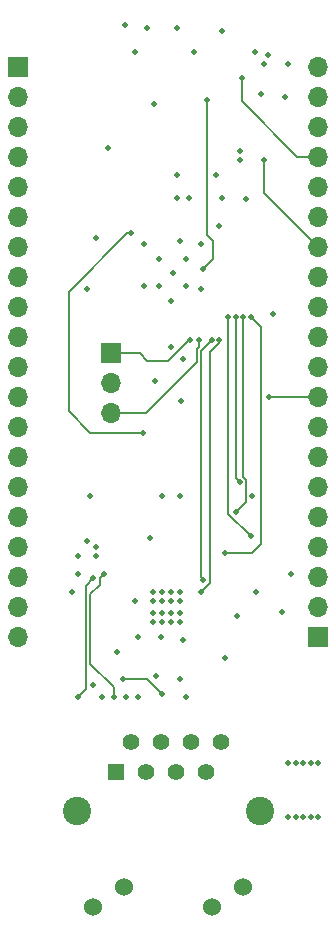
<source format=gbr>
%TF.GenerationSoftware,KiCad,Pcbnew,6.0.2+dfsg-1*%
%TF.CreationDate,2022-12-03T09:23:02-05:00*%
%TF.ProjectId,wiz5500-clone-4layer,77697a35-3530-4302-9d63-6c6f6e652d34,rev?*%
%TF.SameCoordinates,Original*%
%TF.FileFunction,Copper,L2,Inr*%
%TF.FilePolarity,Positive*%
%FSLAX46Y46*%
G04 Gerber Fmt 4.6, Leading zero omitted, Abs format (unit mm)*
G04 Created by KiCad (PCBNEW 6.0.2+dfsg-1) date 2022-12-03 09:23:02*
%MOMM*%
%LPD*%
G01*
G04 APERTURE LIST*
%TA.AperFunction,ComponentPad*%
%ADD10R,1.700000X1.700000*%
%TD*%
%TA.AperFunction,ComponentPad*%
%ADD11O,1.700000X1.700000*%
%TD*%
%TA.AperFunction,ComponentPad*%
%ADD12R,1.408000X1.408000*%
%TD*%
%TA.AperFunction,ComponentPad*%
%ADD13C,1.408000*%
%TD*%
%TA.AperFunction,ComponentPad*%
%ADD14C,1.530000*%
%TD*%
%TA.AperFunction,ComponentPad*%
%ADD15C,2.400000*%
%TD*%
%TA.AperFunction,ViaPad*%
%ADD16C,0.500000*%
%TD*%
%TA.AperFunction,Conductor*%
%ADD17C,0.200000*%
%TD*%
G04 APERTURE END LIST*
D10*
%TO.N,GPIO0*%
%TO.C,J2*%
X30480000Y-73660000D03*
D11*
%TO.N,GPIO1*%
X30480000Y-76200000D03*
%TO.N,GND*%
X30480000Y-78740000D03*
%TO.N,GPIO2*%
X30480000Y-81280000D03*
%TO.N,GPIO3*%
X30480000Y-83820000D03*
%TO.N,GPIO4*%
X30480000Y-86360000D03*
%TO.N,GPIO5*%
X30480000Y-88900000D03*
%TO.N,GND*%
X30480000Y-91440000D03*
%TO.N,GPIO6*%
X30480000Y-93980000D03*
%TO.N,GPIO7*%
X30480000Y-96520000D03*
%TO.N,GPIO8*%
X30480000Y-99060000D03*
%TO.N,GPIO9*%
X30480000Y-101600000D03*
%TO.N,GND*%
X30480000Y-104140000D03*
%TO.N,GPIO10*%
X30480000Y-106680000D03*
%TO.N,GPIO11*%
X30480000Y-109220000D03*
%TO.N,GPIO12*%
X30480000Y-111760000D03*
%TO.N,GPIO13*%
X30480000Y-114300000D03*
%TO.N,GND*%
X30480000Y-116840000D03*
%TO.N,GPIO14*%
X30480000Y-119380000D03*
%TO.N,GPIO15*%
X30480000Y-121920000D03*
%TD*%
D10*
%TO.N,SWCLK*%
%TO.C,J1*%
X38354000Y-97917000D03*
D11*
%TO.N,GND*%
X38354000Y-100457000D03*
%TO.N,SWDIO*%
X38354000Y-102997000D03*
%TD*%
D12*
%TO.N,Net-(P2-Pad1)*%
%TO.C,P2*%
X38735000Y-133350000D03*
D13*
%TO.N,Net-(C30-Pad1)*%
X40005000Y-130810000D03*
%TO.N,Net-(P2-Pad3)*%
X41275000Y-133350000D03*
%TO.N,Net-(C31-Pad1)*%
X42545000Y-130810000D03*
%TO.N,Net-(C33-Pad1)*%
X43815000Y-133350000D03*
%TO.N,Net-(C32-Pad1)*%
X45085000Y-130810000D03*
%TO.N,unconnected-(P2-Pad7)*%
X46355000Y-133350000D03*
%TO.N,GND*%
X47625000Y-130810000D03*
D14*
%TO.N,Net-(P2-Pad9)*%
X36855000Y-144780000D03*
%TO.N,+3V3*%
X39422000Y-143080000D03*
%TO.N,Net-(P2-Pad11)*%
X46938000Y-144780000D03*
%TO.N,+3V3*%
X49505000Y-143080000D03*
D15*
%TO.N,GNDPWR*%
X50930000Y-136650000D03*
X35430000Y-136650000D03*
%TD*%
D10*
%TO.N,GND*%
%TO.C,J3*%
X55880000Y-121920000D03*
D11*
X55880000Y-119380000D03*
X55880000Y-116840000D03*
%TO.N,GPIO22*%
X55880000Y-114300000D03*
%TO.N,GPIO23*%
X55880000Y-111760000D03*
%TO.N,GPIO24*%
X55880000Y-109220000D03*
%TO.N,GPIO25*%
X55880000Y-106680000D03*
%TO.N,GND*%
X55880000Y-104140000D03*
%TO.N,RUN*%
X55880000Y-101600000D03*
%TO.N,GPIO26{slash}ADC0*%
X55880000Y-99060000D03*
%TO.N,GPIO27{slash}ADC1*%
X55880000Y-96520000D03*
%TO.N,GPIO28{slash}ADC2*%
X55880000Y-93980000D03*
%TO.N,GND*%
X55880000Y-91440000D03*
%TO.N,GPIO29{slash}ADC3*%
X55880000Y-88900000D03*
%TO.N,ADC_VREF*%
X55880000Y-86360000D03*
%TO.N,+3V3*%
X55880000Y-83820000D03*
%TO.N,3V3_EN*%
X55880000Y-81280000D03*
%TO.N,GND*%
X55880000Y-78740000D03*
%TO.N,VSYS*%
X55880000Y-76200000D03*
%TO.N,VBUS*%
X55880000Y-73660000D03*
%TD*%
D16*
%TO.N,GND*%
X44196000Y-109982000D03*
X52070000Y-94615000D03*
X53975000Y-132588000D03*
X50292000Y-109982000D03*
X53086000Y-76200000D03*
X36322000Y-92456000D03*
X35052000Y-118110000D03*
X43580000Y-91100000D03*
X47498000Y-87122000D03*
X44704000Y-89916000D03*
X50589000Y-118149000D03*
X36830000Y-125984000D03*
X43434000Y-119888000D03*
X44450000Y-98397000D03*
X42672000Y-119888000D03*
X44704000Y-92202000D03*
X42080000Y-100242000D03*
X42164000Y-125222000D03*
X51054000Y-75974000D03*
X43434000Y-118872000D03*
X42418000Y-89916000D03*
X54610000Y-132588000D03*
X53594000Y-116586000D03*
X41910000Y-119888000D03*
X52789000Y-119849000D03*
X47244000Y-82804000D03*
X55245000Y-132588000D03*
X44196000Y-118110000D03*
X44704000Y-127000000D03*
X41402000Y-70358000D03*
X53340000Y-73406000D03*
X55880000Y-132588000D03*
X42418000Y-92202000D03*
X44196000Y-118872000D03*
X43434000Y-120650000D03*
X42672000Y-118872000D03*
X40394750Y-72381250D03*
X47752000Y-70612000D03*
X45413500Y-72425000D03*
X49022000Y-120170000D03*
X43434000Y-118110000D03*
X44196000Y-120650000D03*
X40640000Y-127000000D03*
X53340000Y-132588000D03*
X41910000Y-120650000D03*
X42672000Y-118110000D03*
X41910000Y-118872000D03*
X44196000Y-119888000D03*
X44196000Y-125476000D03*
X44280000Y-101942000D03*
X36576000Y-109982000D03*
X43942000Y-82804000D03*
X38862000Y-123190000D03*
X42672000Y-120650000D03*
X37084000Y-88138000D03*
X42672000Y-109982000D03*
X38100000Y-80518000D03*
X39551000Y-70177000D03*
X41910000Y-118110000D03*
X48006000Y-123698000D03*
X43942000Y-70358000D03*
X36322000Y-113792000D03*
%TO.N,+3V3*%
X35560000Y-115062000D03*
X45974000Y-92456000D03*
X43928000Y-84822000D03*
X44196000Y-88392000D03*
X41995000Y-76835000D03*
X45974000Y-88646000D03*
X50546000Y-72390000D03*
X49784000Y-84836000D03*
X44944000Y-84822000D03*
X37084000Y-114300000D03*
X41656000Y-113538000D03*
X49276000Y-81534000D03*
X43434000Y-93472000D03*
X51308000Y-73406000D03*
X37084000Y-115062000D03*
X51683500Y-72710000D03*
X47752000Y-84808000D03*
X49276000Y-80772000D03*
X41148000Y-88646000D03*
X41148000Y-92202000D03*
X43434000Y-97437000D03*
%TO.N,+3.3VA*%
X40640000Y-121920000D03*
X39624000Y-127000000D03*
X37592000Y-127000000D03*
X35560000Y-116586000D03*
X44450000Y-122174000D03*
X40386000Y-118872000D03*
X42545000Y-121920000D03*
%TO.N,GNDPWR*%
X53975000Y-137160000D03*
X55880000Y-137160000D03*
X55245000Y-137160000D03*
X54610000Y-137160000D03*
X53340000Y-137160000D03*
%TO.N,SWCLK*%
X45080000Y-96800000D03*
%TO.N,SWDIO*%
X45777858Y-96827131D03*
%TO.N,GPIO29{slash}ADC3*%
X51308000Y-81534000D03*
%TO.N,3V3_EN*%
X49408500Y-74610000D03*
%TO.N,GPIO24*%
X46101000Y-90805000D03*
X46482000Y-76454000D03*
%TO.N,QSPI_SS_N*%
X41021000Y-104648000D03*
X40005000Y-87757000D03*
%TO.N,RUN*%
X51689000Y-101600000D03*
%TO.N,GPIO20*%
X48917981Y-111379000D03*
X49559006Y-94869000D03*
%TO.N,Net-(R17-Pad2)*%
X38608000Y-127000000D03*
X37719000Y-116580500D03*
%TO.N,GPIO21*%
X48006000Y-114808000D03*
X50208509Y-94869000D03*
%TO.N,Net-(R20-Pad2)*%
X35560000Y-127000000D03*
X36830011Y-116980755D03*
%TO.N,Net-(R22-Pad2)*%
X42672000Y-126746000D03*
X39370000Y-125476000D03*
%TO.N,GPIO17*%
X45974000Y-118110000D03*
X47529503Y-96800000D03*
%TO.N,GPIO18*%
X50165000Y-113411000D03*
X48260000Y-94869000D03*
%TO.N,GPIO16*%
X46155500Y-117094000D03*
X46880000Y-96800000D03*
%TO.N,GPIO19*%
X48909503Y-94869000D03*
X49276000Y-108839000D03*
%TD*%
D17*
%TO.N,SWCLK*%
X38354000Y-97917000D02*
X40767000Y-97917000D01*
X44932000Y-96800000D02*
X45080000Y-96800000D01*
X43180000Y-98552000D02*
X44932000Y-96800000D01*
X40767000Y-97917000D02*
X41402000Y-98552000D01*
X41402000Y-98552000D02*
X43180000Y-98552000D01*
%TO.N,SWDIO*%
X45777858Y-96827131D02*
X45759285Y-96827131D01*
X45759285Y-96827131D02*
X45759285Y-97426419D01*
X45759285Y-97426419D02*
X45624480Y-97561224D01*
X41290127Y-102997000D02*
X38354000Y-102997000D01*
X45624480Y-98662647D02*
X41290127Y-102997000D01*
X45624480Y-97561224D02*
X45624480Y-98662647D01*
%TO.N,GPIO29{slash}ADC3*%
X51308000Y-84328000D02*
X55880000Y-88900000D01*
X51308000Y-81534000D02*
X51308000Y-84328000D01*
%TO.N,3V3_EN*%
X54102000Y-81280000D02*
X55880000Y-81280000D01*
X49408500Y-74610000D02*
X49408500Y-76586500D01*
X49408500Y-76586500D02*
X54102000Y-81280000D01*
%TO.N,GPIO24*%
X46990000Y-89916000D02*
X46101000Y-90805000D01*
X46990000Y-88392000D02*
X46990000Y-89916000D01*
X46482000Y-87884000D02*
X46990000Y-88392000D01*
X46482000Y-76454000D02*
X46482000Y-87884000D01*
%TO.N,QSPI_SS_N*%
X36576000Y-104648000D02*
X41021000Y-104648000D01*
X34756489Y-102828489D02*
X36576000Y-104648000D01*
X39735873Y-87757000D02*
X34756489Y-92736384D01*
X40005000Y-87757000D02*
X39735873Y-87757000D01*
X34756489Y-92736384D02*
X34756489Y-102828489D01*
%TO.N,RUN*%
X51689000Y-101600000D02*
X55880000Y-101600000D01*
%TO.N,GPIO20*%
X49559006Y-108415590D02*
X49775511Y-108632095D01*
X49559006Y-94869000D02*
X49559006Y-108415590D01*
X49775511Y-110521470D02*
X48917981Y-111379000D01*
X49775511Y-108632095D02*
X49775511Y-110521470D01*
%TO.N,Net-(R17-Pad2)*%
X36594520Y-124209393D02*
X36594520Y-118298110D01*
X37379511Y-116919989D02*
X37719000Y-116580500D01*
X36594520Y-118298110D02*
X37379511Y-117513119D01*
X37379511Y-117513119D02*
X37379511Y-116919989D01*
X38608000Y-126222873D02*
X36594520Y-124209393D01*
X38608000Y-127000000D02*
X38608000Y-126222873D01*
%TO.N,GPIO21*%
X51028090Y-114071910D02*
X51028090Y-95688581D01*
X48006000Y-114808000D02*
X50292000Y-114808000D01*
X51028090Y-95688581D02*
X50208509Y-94869000D01*
X50292000Y-114808000D02*
X51028090Y-114071910D01*
%TO.N,Net-(R20-Pad2)*%
X36195000Y-117615766D02*
X36830011Y-116980755D01*
X35560000Y-127000000D02*
X36195000Y-126365000D01*
X36195000Y-126365000D02*
X36195000Y-117615766D01*
%TO.N,Net-(R22-Pad2)*%
X39370000Y-125476000D02*
X41402000Y-125476000D01*
X41402000Y-125476000D02*
X42672000Y-126746000D01*
%TO.N,GPIO17*%
X47529503Y-96800000D02*
X47529503Y-97025561D01*
X46736000Y-117348000D02*
X45974000Y-118110000D01*
X47529503Y-97025561D02*
X46736000Y-97819064D01*
X46736000Y-97819064D02*
X46736000Y-117348000D01*
%TO.N,GPIO18*%
X48260000Y-111506000D02*
X48260000Y-94869000D01*
X50165000Y-113411000D02*
X48260000Y-111506000D01*
%TO.N,GPIO16*%
X45974000Y-97706000D02*
X46880000Y-96800000D01*
X46155500Y-117094000D02*
X45974000Y-116912500D01*
X45974000Y-116912500D02*
X45974000Y-97706000D01*
%TO.N,GPIO19*%
X48909503Y-94869000D02*
X48909503Y-108472503D01*
X48909503Y-108472503D02*
X49276000Y-108839000D01*
%TD*%
M02*

</source>
